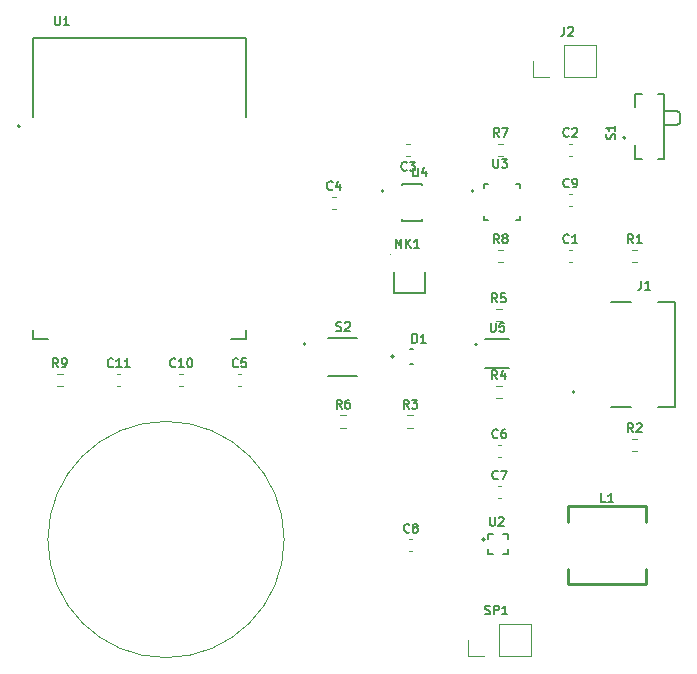
<source format=gbr>
%TF.GenerationSoftware,KiCad,Pcbnew,9.0.7*%
%TF.CreationDate,2026-01-12T23:46:57+09:00*%
%TF.ProjectId,toytalk_demo_v2,746f7974-616c-46b5-9f64-656d6f5f7632,rev?*%
%TF.SameCoordinates,Original*%
%TF.FileFunction,Legend,Top*%
%TF.FilePolarity,Positive*%
%FSLAX46Y46*%
G04 Gerber Fmt 4.6, Leading zero omitted, Abs format (unit mm)*
G04 Created by KiCad (PCBNEW 9.0.7) date 2026-01-12 23:46:57*
%MOMM*%
%LPD*%
G01*
G04 APERTURE LIST*
%ADD10C,0.050000*%
%ADD11C,0.150000*%
%ADD12C,0.120000*%
%ADD13C,0.200000*%
%ADD14C,0.127000*%
%ADD15C,0.250000*%
%ADD16C,0.100000*%
G04 APERTURE END LIST*
D10*
X34500000Y-55000000D02*
G75*
G02*
X14500000Y-55000000I-10000000J0D01*
G01*
X14500000Y-55000000D02*
G75*
G02*
X34500000Y-55000000I10000000J0D01*
G01*
D11*
X52549999Y-34909164D02*
X52299999Y-34552021D01*
X52121428Y-34909164D02*
X52121428Y-34159164D01*
X52121428Y-34159164D02*
X52407142Y-34159164D01*
X52407142Y-34159164D02*
X52478571Y-34194878D01*
X52478571Y-34194878D02*
X52514285Y-34230592D01*
X52514285Y-34230592D02*
X52549999Y-34302021D01*
X52549999Y-34302021D02*
X52549999Y-34409164D01*
X52549999Y-34409164D02*
X52514285Y-34480592D01*
X52514285Y-34480592D02*
X52478571Y-34516307D01*
X52478571Y-34516307D02*
X52407142Y-34552021D01*
X52407142Y-34552021D02*
X52121428Y-34552021D01*
X53228571Y-34159164D02*
X52871428Y-34159164D01*
X52871428Y-34159164D02*
X52835714Y-34516307D01*
X52835714Y-34516307D02*
X52871428Y-34480592D01*
X52871428Y-34480592D02*
X52942857Y-34444878D01*
X52942857Y-34444878D02*
X53121428Y-34444878D01*
X53121428Y-34444878D02*
X53192857Y-34480592D01*
X53192857Y-34480592D02*
X53228571Y-34516307D01*
X53228571Y-34516307D02*
X53264285Y-34587735D01*
X53264285Y-34587735D02*
X53264285Y-34766307D01*
X53264285Y-34766307D02*
X53228571Y-34837735D01*
X53228571Y-34837735D02*
X53192857Y-34873450D01*
X53192857Y-34873450D02*
X53121428Y-34909164D01*
X53121428Y-34909164D02*
X52942857Y-34909164D01*
X52942857Y-34909164D02*
X52871428Y-34873450D01*
X52871428Y-34873450D02*
X52835714Y-34837735D01*
X39374999Y-43909164D02*
X39124999Y-43552021D01*
X38946428Y-43909164D02*
X38946428Y-43159164D01*
X38946428Y-43159164D02*
X39232142Y-43159164D01*
X39232142Y-43159164D02*
X39303571Y-43194878D01*
X39303571Y-43194878D02*
X39339285Y-43230592D01*
X39339285Y-43230592D02*
X39374999Y-43302021D01*
X39374999Y-43302021D02*
X39374999Y-43409164D01*
X39374999Y-43409164D02*
X39339285Y-43480592D01*
X39339285Y-43480592D02*
X39303571Y-43516307D01*
X39303571Y-43516307D02*
X39232142Y-43552021D01*
X39232142Y-43552021D02*
X38946428Y-43552021D01*
X40017857Y-43159164D02*
X39874999Y-43159164D01*
X39874999Y-43159164D02*
X39803571Y-43194878D01*
X39803571Y-43194878D02*
X39767857Y-43230592D01*
X39767857Y-43230592D02*
X39696428Y-43337735D01*
X39696428Y-43337735D02*
X39660714Y-43480592D01*
X39660714Y-43480592D02*
X39660714Y-43766307D01*
X39660714Y-43766307D02*
X39696428Y-43837735D01*
X39696428Y-43837735D02*
X39732142Y-43873450D01*
X39732142Y-43873450D02*
X39803571Y-43909164D01*
X39803571Y-43909164D02*
X39946428Y-43909164D01*
X39946428Y-43909164D02*
X40017857Y-43873450D01*
X40017857Y-43873450D02*
X40053571Y-43837735D01*
X40053571Y-43837735D02*
X40089285Y-43766307D01*
X40089285Y-43766307D02*
X40089285Y-43587735D01*
X40089285Y-43587735D02*
X40053571Y-43516307D01*
X40053571Y-43516307D02*
X40017857Y-43480592D01*
X40017857Y-43480592D02*
X39946428Y-43444878D01*
X39946428Y-43444878D02*
X39803571Y-43444878D01*
X39803571Y-43444878D02*
X39732142Y-43480592D01*
X39732142Y-43480592D02*
X39696428Y-43516307D01*
X39696428Y-43516307D02*
X39660714Y-43587735D01*
X38928571Y-37303450D02*
X39035714Y-37339164D01*
X39035714Y-37339164D02*
X39214285Y-37339164D01*
X39214285Y-37339164D02*
X39285714Y-37303450D01*
X39285714Y-37303450D02*
X39321428Y-37267735D01*
X39321428Y-37267735D02*
X39357142Y-37196307D01*
X39357142Y-37196307D02*
X39357142Y-37124878D01*
X39357142Y-37124878D02*
X39321428Y-37053450D01*
X39321428Y-37053450D02*
X39285714Y-37017735D01*
X39285714Y-37017735D02*
X39214285Y-36982021D01*
X39214285Y-36982021D02*
X39071428Y-36946307D01*
X39071428Y-36946307D02*
X38999999Y-36910592D01*
X38999999Y-36910592D02*
X38964285Y-36874878D01*
X38964285Y-36874878D02*
X38928571Y-36803450D01*
X38928571Y-36803450D02*
X38928571Y-36732021D01*
X38928571Y-36732021D02*
X38964285Y-36660592D01*
X38964285Y-36660592D02*
X38999999Y-36624878D01*
X38999999Y-36624878D02*
X39071428Y-36589164D01*
X39071428Y-36589164D02*
X39249999Y-36589164D01*
X39249999Y-36589164D02*
X39357142Y-36624878D01*
X39642857Y-36660592D02*
X39678571Y-36624878D01*
X39678571Y-36624878D02*
X39750000Y-36589164D01*
X39750000Y-36589164D02*
X39928571Y-36589164D01*
X39928571Y-36589164D02*
X40000000Y-36624878D01*
X40000000Y-36624878D02*
X40035714Y-36660592D01*
X40035714Y-36660592D02*
X40071428Y-36732021D01*
X40071428Y-36732021D02*
X40071428Y-36803450D01*
X40071428Y-36803450D02*
X40035714Y-36910592D01*
X40035714Y-36910592D02*
X39607142Y-37339164D01*
X39607142Y-37339164D02*
X40071428Y-37339164D01*
X44874999Y-23697735D02*
X44839285Y-23733450D01*
X44839285Y-23733450D02*
X44732142Y-23769164D01*
X44732142Y-23769164D02*
X44660714Y-23769164D01*
X44660714Y-23769164D02*
X44553571Y-23733450D01*
X44553571Y-23733450D02*
X44482142Y-23662021D01*
X44482142Y-23662021D02*
X44446428Y-23590592D01*
X44446428Y-23590592D02*
X44410714Y-23447735D01*
X44410714Y-23447735D02*
X44410714Y-23340592D01*
X44410714Y-23340592D02*
X44446428Y-23197735D01*
X44446428Y-23197735D02*
X44482142Y-23126307D01*
X44482142Y-23126307D02*
X44553571Y-23054878D01*
X44553571Y-23054878D02*
X44660714Y-23019164D01*
X44660714Y-23019164D02*
X44732142Y-23019164D01*
X44732142Y-23019164D02*
X44839285Y-23054878D01*
X44839285Y-23054878D02*
X44874999Y-23090592D01*
X45124999Y-23019164D02*
X45589285Y-23019164D01*
X45589285Y-23019164D02*
X45339285Y-23304878D01*
X45339285Y-23304878D02*
X45446428Y-23304878D01*
X45446428Y-23304878D02*
X45517857Y-23340592D01*
X45517857Y-23340592D02*
X45553571Y-23376307D01*
X45553571Y-23376307D02*
X45589285Y-23447735D01*
X45589285Y-23447735D02*
X45589285Y-23626307D01*
X45589285Y-23626307D02*
X45553571Y-23697735D01*
X45553571Y-23697735D02*
X45517857Y-23733450D01*
X45517857Y-23733450D02*
X45446428Y-23769164D01*
X45446428Y-23769164D02*
X45232142Y-23769164D01*
X45232142Y-23769164D02*
X45160714Y-23733450D01*
X45160714Y-23733450D02*
X45124999Y-23697735D01*
X58599999Y-20837735D02*
X58564285Y-20873450D01*
X58564285Y-20873450D02*
X58457142Y-20909164D01*
X58457142Y-20909164D02*
X58385714Y-20909164D01*
X58385714Y-20909164D02*
X58278571Y-20873450D01*
X58278571Y-20873450D02*
X58207142Y-20802021D01*
X58207142Y-20802021D02*
X58171428Y-20730592D01*
X58171428Y-20730592D02*
X58135714Y-20587735D01*
X58135714Y-20587735D02*
X58135714Y-20480592D01*
X58135714Y-20480592D02*
X58171428Y-20337735D01*
X58171428Y-20337735D02*
X58207142Y-20266307D01*
X58207142Y-20266307D02*
X58278571Y-20194878D01*
X58278571Y-20194878D02*
X58385714Y-20159164D01*
X58385714Y-20159164D02*
X58457142Y-20159164D01*
X58457142Y-20159164D02*
X58564285Y-20194878D01*
X58564285Y-20194878D02*
X58599999Y-20230592D01*
X58885714Y-20230592D02*
X58921428Y-20194878D01*
X58921428Y-20194878D02*
X58992857Y-20159164D01*
X58992857Y-20159164D02*
X59171428Y-20159164D01*
X59171428Y-20159164D02*
X59242857Y-20194878D01*
X59242857Y-20194878D02*
X59278571Y-20230592D01*
X59278571Y-20230592D02*
X59314285Y-20302021D01*
X59314285Y-20302021D02*
X59314285Y-20373450D01*
X59314285Y-20373450D02*
X59278571Y-20480592D01*
X59278571Y-20480592D02*
X58849999Y-20909164D01*
X58849999Y-20909164D02*
X59314285Y-20909164D01*
X38599999Y-25337735D02*
X38564285Y-25373450D01*
X38564285Y-25373450D02*
X38457142Y-25409164D01*
X38457142Y-25409164D02*
X38385714Y-25409164D01*
X38385714Y-25409164D02*
X38278571Y-25373450D01*
X38278571Y-25373450D02*
X38207142Y-25302021D01*
X38207142Y-25302021D02*
X38171428Y-25230592D01*
X38171428Y-25230592D02*
X38135714Y-25087735D01*
X38135714Y-25087735D02*
X38135714Y-24980592D01*
X38135714Y-24980592D02*
X38171428Y-24837735D01*
X38171428Y-24837735D02*
X38207142Y-24766307D01*
X38207142Y-24766307D02*
X38278571Y-24694878D01*
X38278571Y-24694878D02*
X38385714Y-24659164D01*
X38385714Y-24659164D02*
X38457142Y-24659164D01*
X38457142Y-24659164D02*
X38564285Y-24694878D01*
X38564285Y-24694878D02*
X38599999Y-24730592D01*
X39242857Y-24909164D02*
X39242857Y-25409164D01*
X39064285Y-24623450D02*
X38885714Y-25159164D01*
X38885714Y-25159164D02*
X39349999Y-25159164D01*
X30599999Y-40337735D02*
X30564285Y-40373450D01*
X30564285Y-40373450D02*
X30457142Y-40409164D01*
X30457142Y-40409164D02*
X30385714Y-40409164D01*
X30385714Y-40409164D02*
X30278571Y-40373450D01*
X30278571Y-40373450D02*
X30207142Y-40302021D01*
X30207142Y-40302021D02*
X30171428Y-40230592D01*
X30171428Y-40230592D02*
X30135714Y-40087735D01*
X30135714Y-40087735D02*
X30135714Y-39980592D01*
X30135714Y-39980592D02*
X30171428Y-39837735D01*
X30171428Y-39837735D02*
X30207142Y-39766307D01*
X30207142Y-39766307D02*
X30278571Y-39694878D01*
X30278571Y-39694878D02*
X30385714Y-39659164D01*
X30385714Y-39659164D02*
X30457142Y-39659164D01*
X30457142Y-39659164D02*
X30564285Y-39694878D01*
X30564285Y-39694878D02*
X30599999Y-39730592D01*
X31278571Y-39659164D02*
X30921428Y-39659164D01*
X30921428Y-39659164D02*
X30885714Y-40016307D01*
X30885714Y-40016307D02*
X30921428Y-39980592D01*
X30921428Y-39980592D02*
X30992857Y-39944878D01*
X30992857Y-39944878D02*
X31171428Y-39944878D01*
X31171428Y-39944878D02*
X31242857Y-39980592D01*
X31242857Y-39980592D02*
X31278571Y-40016307D01*
X31278571Y-40016307D02*
X31314285Y-40087735D01*
X31314285Y-40087735D02*
X31314285Y-40266307D01*
X31314285Y-40266307D02*
X31278571Y-40337735D01*
X31278571Y-40337735D02*
X31242857Y-40373450D01*
X31242857Y-40373450D02*
X31171428Y-40409164D01*
X31171428Y-40409164D02*
X30992857Y-40409164D01*
X30992857Y-40409164D02*
X30921428Y-40373450D01*
X30921428Y-40373450D02*
X30885714Y-40337735D01*
X58599999Y-29837735D02*
X58564285Y-29873450D01*
X58564285Y-29873450D02*
X58457142Y-29909164D01*
X58457142Y-29909164D02*
X58385714Y-29909164D01*
X58385714Y-29909164D02*
X58278571Y-29873450D01*
X58278571Y-29873450D02*
X58207142Y-29802021D01*
X58207142Y-29802021D02*
X58171428Y-29730592D01*
X58171428Y-29730592D02*
X58135714Y-29587735D01*
X58135714Y-29587735D02*
X58135714Y-29480592D01*
X58135714Y-29480592D02*
X58171428Y-29337735D01*
X58171428Y-29337735D02*
X58207142Y-29266307D01*
X58207142Y-29266307D02*
X58278571Y-29194878D01*
X58278571Y-29194878D02*
X58385714Y-29159164D01*
X58385714Y-29159164D02*
X58457142Y-29159164D01*
X58457142Y-29159164D02*
X58564285Y-29194878D01*
X58564285Y-29194878D02*
X58599999Y-29230592D01*
X59314285Y-29909164D02*
X58885714Y-29909164D01*
X59099999Y-29909164D02*
X59099999Y-29159164D01*
X59099999Y-29159164D02*
X59028571Y-29266307D01*
X59028571Y-29266307D02*
X58957142Y-29337735D01*
X58957142Y-29337735D02*
X58885714Y-29373450D01*
X52599999Y-49837735D02*
X52564285Y-49873450D01*
X52564285Y-49873450D02*
X52457142Y-49909164D01*
X52457142Y-49909164D02*
X52385714Y-49909164D01*
X52385714Y-49909164D02*
X52278571Y-49873450D01*
X52278571Y-49873450D02*
X52207142Y-49802021D01*
X52207142Y-49802021D02*
X52171428Y-49730592D01*
X52171428Y-49730592D02*
X52135714Y-49587735D01*
X52135714Y-49587735D02*
X52135714Y-49480592D01*
X52135714Y-49480592D02*
X52171428Y-49337735D01*
X52171428Y-49337735D02*
X52207142Y-49266307D01*
X52207142Y-49266307D02*
X52278571Y-49194878D01*
X52278571Y-49194878D02*
X52385714Y-49159164D01*
X52385714Y-49159164D02*
X52457142Y-49159164D01*
X52457142Y-49159164D02*
X52564285Y-49194878D01*
X52564285Y-49194878D02*
X52599999Y-49230592D01*
X52849999Y-49159164D02*
X53349999Y-49159164D01*
X53349999Y-49159164D02*
X53028571Y-49909164D01*
X58210000Y-11589164D02*
X58210000Y-12124878D01*
X58210000Y-12124878D02*
X58174285Y-12232021D01*
X58174285Y-12232021D02*
X58102857Y-12303450D01*
X58102857Y-12303450D02*
X57995714Y-12339164D01*
X57995714Y-12339164D02*
X57924285Y-12339164D01*
X58531429Y-11660592D02*
X58567143Y-11624878D01*
X58567143Y-11624878D02*
X58638572Y-11589164D01*
X58638572Y-11589164D02*
X58817143Y-11589164D01*
X58817143Y-11589164D02*
X58888572Y-11624878D01*
X58888572Y-11624878D02*
X58924286Y-11660592D01*
X58924286Y-11660592D02*
X58960000Y-11732021D01*
X58960000Y-11732021D02*
X58960000Y-11803450D01*
X58960000Y-11803450D02*
X58924286Y-11910592D01*
X58924286Y-11910592D02*
X58495714Y-12339164D01*
X58495714Y-12339164D02*
X58960000Y-12339164D01*
X61725000Y-51839164D02*
X61367857Y-51839164D01*
X61367857Y-51839164D02*
X61367857Y-51089164D01*
X62367857Y-51839164D02*
X61939286Y-51839164D01*
X62153571Y-51839164D02*
X62153571Y-51089164D01*
X62153571Y-51089164D02*
X62082143Y-51196307D01*
X62082143Y-51196307D02*
X62010714Y-51267735D01*
X62010714Y-51267735D02*
X61939286Y-51303450D01*
X62508450Y-21096428D02*
X62544164Y-20989286D01*
X62544164Y-20989286D02*
X62544164Y-20810714D01*
X62544164Y-20810714D02*
X62508450Y-20739286D01*
X62508450Y-20739286D02*
X62472735Y-20703571D01*
X62472735Y-20703571D02*
X62401307Y-20667857D01*
X62401307Y-20667857D02*
X62329878Y-20667857D01*
X62329878Y-20667857D02*
X62258450Y-20703571D01*
X62258450Y-20703571D02*
X62222735Y-20739286D01*
X62222735Y-20739286D02*
X62187021Y-20810714D01*
X62187021Y-20810714D02*
X62151307Y-20953571D01*
X62151307Y-20953571D02*
X62115592Y-21025000D01*
X62115592Y-21025000D02*
X62079878Y-21060714D01*
X62079878Y-21060714D02*
X62008450Y-21096428D01*
X62008450Y-21096428D02*
X61937021Y-21096428D01*
X61937021Y-21096428D02*
X61865592Y-21060714D01*
X61865592Y-21060714D02*
X61829878Y-21025000D01*
X61829878Y-21025000D02*
X61794164Y-20953571D01*
X61794164Y-20953571D02*
X61794164Y-20775000D01*
X61794164Y-20775000D02*
X61829878Y-20667857D01*
X62544164Y-19953571D02*
X62544164Y-20382142D01*
X62544164Y-20167857D02*
X61794164Y-20167857D01*
X61794164Y-20167857D02*
X61901307Y-20239285D01*
X61901307Y-20239285D02*
X61972735Y-20310714D01*
X61972735Y-20310714D02*
X62008450Y-20382142D01*
X45049999Y-43909164D02*
X44799999Y-43552021D01*
X44621428Y-43909164D02*
X44621428Y-43159164D01*
X44621428Y-43159164D02*
X44907142Y-43159164D01*
X44907142Y-43159164D02*
X44978571Y-43194878D01*
X44978571Y-43194878D02*
X45014285Y-43230592D01*
X45014285Y-43230592D02*
X45049999Y-43302021D01*
X45049999Y-43302021D02*
X45049999Y-43409164D01*
X45049999Y-43409164D02*
X45014285Y-43480592D01*
X45014285Y-43480592D02*
X44978571Y-43516307D01*
X44978571Y-43516307D02*
X44907142Y-43552021D01*
X44907142Y-43552021D02*
X44621428Y-43552021D01*
X45299999Y-43159164D02*
X45764285Y-43159164D01*
X45764285Y-43159164D02*
X45514285Y-43444878D01*
X45514285Y-43444878D02*
X45621428Y-43444878D01*
X45621428Y-43444878D02*
X45692857Y-43480592D01*
X45692857Y-43480592D02*
X45728571Y-43516307D01*
X45728571Y-43516307D02*
X45764285Y-43587735D01*
X45764285Y-43587735D02*
X45764285Y-43766307D01*
X45764285Y-43766307D02*
X45728571Y-43837735D01*
X45728571Y-43837735D02*
X45692857Y-43873450D01*
X45692857Y-43873450D02*
X45621428Y-43909164D01*
X45621428Y-43909164D02*
X45407142Y-43909164D01*
X45407142Y-43909164D02*
X45335714Y-43873450D01*
X45335714Y-43873450D02*
X45299999Y-43837735D01*
X52549999Y-41409164D02*
X52299999Y-41052021D01*
X52121428Y-41409164D02*
X52121428Y-40659164D01*
X52121428Y-40659164D02*
X52407142Y-40659164D01*
X52407142Y-40659164D02*
X52478571Y-40694878D01*
X52478571Y-40694878D02*
X52514285Y-40730592D01*
X52514285Y-40730592D02*
X52549999Y-40802021D01*
X52549999Y-40802021D02*
X52549999Y-40909164D01*
X52549999Y-40909164D02*
X52514285Y-40980592D01*
X52514285Y-40980592D02*
X52478571Y-41016307D01*
X52478571Y-41016307D02*
X52407142Y-41052021D01*
X52407142Y-41052021D02*
X52121428Y-41052021D01*
X53192857Y-40909164D02*
X53192857Y-41409164D01*
X53014285Y-40623450D02*
X52835714Y-41159164D01*
X52835714Y-41159164D02*
X53299999Y-41159164D01*
X52699999Y-20909164D02*
X52449999Y-20552021D01*
X52271428Y-20909164D02*
X52271428Y-20159164D01*
X52271428Y-20159164D02*
X52557142Y-20159164D01*
X52557142Y-20159164D02*
X52628571Y-20194878D01*
X52628571Y-20194878D02*
X52664285Y-20230592D01*
X52664285Y-20230592D02*
X52699999Y-20302021D01*
X52699999Y-20302021D02*
X52699999Y-20409164D01*
X52699999Y-20409164D02*
X52664285Y-20480592D01*
X52664285Y-20480592D02*
X52628571Y-20516307D01*
X52628571Y-20516307D02*
X52557142Y-20552021D01*
X52557142Y-20552021D02*
X52271428Y-20552021D01*
X52949999Y-20159164D02*
X53449999Y-20159164D01*
X53449999Y-20159164D02*
X53128571Y-20909164D01*
X52699999Y-29909164D02*
X52449999Y-29552021D01*
X52271428Y-29909164D02*
X52271428Y-29159164D01*
X52271428Y-29159164D02*
X52557142Y-29159164D01*
X52557142Y-29159164D02*
X52628571Y-29194878D01*
X52628571Y-29194878D02*
X52664285Y-29230592D01*
X52664285Y-29230592D02*
X52699999Y-29302021D01*
X52699999Y-29302021D02*
X52699999Y-29409164D01*
X52699999Y-29409164D02*
X52664285Y-29480592D01*
X52664285Y-29480592D02*
X52628571Y-29516307D01*
X52628571Y-29516307D02*
X52557142Y-29552021D01*
X52557142Y-29552021D02*
X52271428Y-29552021D01*
X53128571Y-29480592D02*
X53057142Y-29444878D01*
X53057142Y-29444878D02*
X53021428Y-29409164D01*
X53021428Y-29409164D02*
X52985714Y-29337735D01*
X52985714Y-29337735D02*
X52985714Y-29302021D01*
X52985714Y-29302021D02*
X53021428Y-29230592D01*
X53021428Y-29230592D02*
X53057142Y-29194878D01*
X53057142Y-29194878D02*
X53128571Y-29159164D01*
X53128571Y-29159164D02*
X53271428Y-29159164D01*
X53271428Y-29159164D02*
X53342857Y-29194878D01*
X53342857Y-29194878D02*
X53378571Y-29230592D01*
X53378571Y-29230592D02*
X53414285Y-29302021D01*
X53414285Y-29302021D02*
X53414285Y-29337735D01*
X53414285Y-29337735D02*
X53378571Y-29409164D01*
X53378571Y-29409164D02*
X53342857Y-29444878D01*
X53342857Y-29444878D02*
X53271428Y-29480592D01*
X53271428Y-29480592D02*
X53128571Y-29480592D01*
X53128571Y-29480592D02*
X53057142Y-29516307D01*
X53057142Y-29516307D02*
X53021428Y-29552021D01*
X53021428Y-29552021D02*
X52985714Y-29623450D01*
X52985714Y-29623450D02*
X52985714Y-29766307D01*
X52985714Y-29766307D02*
X53021428Y-29837735D01*
X53021428Y-29837735D02*
X53057142Y-29873450D01*
X53057142Y-29873450D02*
X53128571Y-29909164D01*
X53128571Y-29909164D02*
X53271428Y-29909164D01*
X53271428Y-29909164D02*
X53342857Y-29873450D01*
X53342857Y-29873450D02*
X53378571Y-29837735D01*
X53378571Y-29837735D02*
X53414285Y-29766307D01*
X53414285Y-29766307D02*
X53414285Y-29623450D01*
X53414285Y-29623450D02*
X53378571Y-29552021D01*
X53378571Y-29552021D02*
X53342857Y-29516307D01*
X53342857Y-29516307D02*
X53271428Y-29480592D01*
X15374999Y-40409164D02*
X15124999Y-40052021D01*
X14946428Y-40409164D02*
X14946428Y-39659164D01*
X14946428Y-39659164D02*
X15232142Y-39659164D01*
X15232142Y-39659164D02*
X15303571Y-39694878D01*
X15303571Y-39694878D02*
X15339285Y-39730592D01*
X15339285Y-39730592D02*
X15374999Y-39802021D01*
X15374999Y-39802021D02*
X15374999Y-39909164D01*
X15374999Y-39909164D02*
X15339285Y-39980592D01*
X15339285Y-39980592D02*
X15303571Y-40016307D01*
X15303571Y-40016307D02*
X15232142Y-40052021D01*
X15232142Y-40052021D02*
X14946428Y-40052021D01*
X15732142Y-40409164D02*
X15874999Y-40409164D01*
X15874999Y-40409164D02*
X15946428Y-40373450D01*
X15946428Y-40373450D02*
X15982142Y-40337735D01*
X15982142Y-40337735D02*
X16053571Y-40230592D01*
X16053571Y-40230592D02*
X16089285Y-40087735D01*
X16089285Y-40087735D02*
X16089285Y-39802021D01*
X16089285Y-39802021D02*
X16053571Y-39730592D01*
X16053571Y-39730592D02*
X16017857Y-39694878D01*
X16017857Y-39694878D02*
X15946428Y-39659164D01*
X15946428Y-39659164D02*
X15803571Y-39659164D01*
X15803571Y-39659164D02*
X15732142Y-39694878D01*
X15732142Y-39694878D02*
X15696428Y-39730592D01*
X15696428Y-39730592D02*
X15660714Y-39802021D01*
X15660714Y-39802021D02*
X15660714Y-39980592D01*
X15660714Y-39980592D02*
X15696428Y-40052021D01*
X15696428Y-40052021D02*
X15732142Y-40087735D01*
X15732142Y-40087735D02*
X15803571Y-40123450D01*
X15803571Y-40123450D02*
X15946428Y-40123450D01*
X15946428Y-40123450D02*
X16017857Y-40087735D01*
X16017857Y-40087735D02*
X16053571Y-40052021D01*
X16053571Y-40052021D02*
X16089285Y-39980592D01*
X64049999Y-29909164D02*
X63799999Y-29552021D01*
X63621428Y-29909164D02*
X63621428Y-29159164D01*
X63621428Y-29159164D02*
X63907142Y-29159164D01*
X63907142Y-29159164D02*
X63978571Y-29194878D01*
X63978571Y-29194878D02*
X64014285Y-29230592D01*
X64014285Y-29230592D02*
X64049999Y-29302021D01*
X64049999Y-29302021D02*
X64049999Y-29409164D01*
X64049999Y-29409164D02*
X64014285Y-29480592D01*
X64014285Y-29480592D02*
X63978571Y-29516307D01*
X63978571Y-29516307D02*
X63907142Y-29552021D01*
X63907142Y-29552021D02*
X63621428Y-29552021D01*
X64764285Y-29909164D02*
X64335714Y-29909164D01*
X64549999Y-29909164D02*
X64549999Y-29159164D01*
X64549999Y-29159164D02*
X64478571Y-29266307D01*
X64478571Y-29266307D02*
X64407142Y-29337735D01*
X64407142Y-29337735D02*
X64335714Y-29373450D01*
X64049999Y-45909164D02*
X63799999Y-45552021D01*
X63621428Y-45909164D02*
X63621428Y-45159164D01*
X63621428Y-45159164D02*
X63907142Y-45159164D01*
X63907142Y-45159164D02*
X63978571Y-45194878D01*
X63978571Y-45194878D02*
X64014285Y-45230592D01*
X64014285Y-45230592D02*
X64049999Y-45302021D01*
X64049999Y-45302021D02*
X64049999Y-45409164D01*
X64049999Y-45409164D02*
X64014285Y-45480592D01*
X64014285Y-45480592D02*
X63978571Y-45516307D01*
X63978571Y-45516307D02*
X63907142Y-45552021D01*
X63907142Y-45552021D02*
X63621428Y-45552021D01*
X64335714Y-45230592D02*
X64371428Y-45194878D01*
X64371428Y-45194878D02*
X64442857Y-45159164D01*
X64442857Y-45159164D02*
X64621428Y-45159164D01*
X64621428Y-45159164D02*
X64692857Y-45194878D01*
X64692857Y-45194878D02*
X64728571Y-45230592D01*
X64728571Y-45230592D02*
X64764285Y-45302021D01*
X64764285Y-45302021D02*
X64764285Y-45373450D01*
X64764285Y-45373450D02*
X64728571Y-45480592D01*
X64728571Y-45480592D02*
X64299999Y-45909164D01*
X64299999Y-45909164D02*
X64764285Y-45909164D01*
X51978571Y-36644164D02*
X51978571Y-37251307D01*
X51978571Y-37251307D02*
X52014285Y-37322735D01*
X52014285Y-37322735D02*
X52050000Y-37358450D01*
X52050000Y-37358450D02*
X52121428Y-37394164D01*
X52121428Y-37394164D02*
X52264285Y-37394164D01*
X52264285Y-37394164D02*
X52335714Y-37358450D01*
X52335714Y-37358450D02*
X52371428Y-37322735D01*
X52371428Y-37322735D02*
X52407142Y-37251307D01*
X52407142Y-37251307D02*
X52407142Y-36644164D01*
X53121428Y-36644164D02*
X52764285Y-36644164D01*
X52764285Y-36644164D02*
X52728571Y-37001307D01*
X52728571Y-37001307D02*
X52764285Y-36965592D01*
X52764285Y-36965592D02*
X52835714Y-36929878D01*
X52835714Y-36929878D02*
X53014285Y-36929878D01*
X53014285Y-36929878D02*
X53085714Y-36965592D01*
X53085714Y-36965592D02*
X53121428Y-37001307D01*
X53121428Y-37001307D02*
X53157142Y-37072735D01*
X53157142Y-37072735D02*
X53157142Y-37251307D01*
X53157142Y-37251307D02*
X53121428Y-37322735D01*
X53121428Y-37322735D02*
X53085714Y-37358450D01*
X53085714Y-37358450D02*
X53014285Y-37394164D01*
X53014285Y-37394164D02*
X52835714Y-37394164D01*
X52835714Y-37394164D02*
X52764285Y-37358450D01*
X52764285Y-37358450D02*
X52728571Y-37322735D01*
X20017856Y-40337735D02*
X19982142Y-40373450D01*
X19982142Y-40373450D02*
X19874999Y-40409164D01*
X19874999Y-40409164D02*
X19803571Y-40409164D01*
X19803571Y-40409164D02*
X19696428Y-40373450D01*
X19696428Y-40373450D02*
X19624999Y-40302021D01*
X19624999Y-40302021D02*
X19589285Y-40230592D01*
X19589285Y-40230592D02*
X19553571Y-40087735D01*
X19553571Y-40087735D02*
X19553571Y-39980592D01*
X19553571Y-39980592D02*
X19589285Y-39837735D01*
X19589285Y-39837735D02*
X19624999Y-39766307D01*
X19624999Y-39766307D02*
X19696428Y-39694878D01*
X19696428Y-39694878D02*
X19803571Y-39659164D01*
X19803571Y-39659164D02*
X19874999Y-39659164D01*
X19874999Y-39659164D02*
X19982142Y-39694878D01*
X19982142Y-39694878D02*
X20017856Y-39730592D01*
X20732142Y-40409164D02*
X20303571Y-40409164D01*
X20517856Y-40409164D02*
X20517856Y-39659164D01*
X20517856Y-39659164D02*
X20446428Y-39766307D01*
X20446428Y-39766307D02*
X20374999Y-39837735D01*
X20374999Y-39837735D02*
X20303571Y-39873450D01*
X21446428Y-40409164D02*
X21017857Y-40409164D01*
X21232142Y-40409164D02*
X21232142Y-39659164D01*
X21232142Y-39659164D02*
X21160714Y-39766307D01*
X21160714Y-39766307D02*
X21089285Y-39837735D01*
X21089285Y-39837735D02*
X21017857Y-39873450D01*
X51513571Y-61303450D02*
X51620714Y-61339164D01*
X51620714Y-61339164D02*
X51799285Y-61339164D01*
X51799285Y-61339164D02*
X51870714Y-61303450D01*
X51870714Y-61303450D02*
X51906428Y-61267735D01*
X51906428Y-61267735D02*
X51942142Y-61196307D01*
X51942142Y-61196307D02*
X51942142Y-61124878D01*
X51942142Y-61124878D02*
X51906428Y-61053450D01*
X51906428Y-61053450D02*
X51870714Y-61017735D01*
X51870714Y-61017735D02*
X51799285Y-60982021D01*
X51799285Y-60982021D02*
X51656428Y-60946307D01*
X51656428Y-60946307D02*
X51584999Y-60910592D01*
X51584999Y-60910592D02*
X51549285Y-60874878D01*
X51549285Y-60874878D02*
X51513571Y-60803450D01*
X51513571Y-60803450D02*
X51513571Y-60732021D01*
X51513571Y-60732021D02*
X51549285Y-60660592D01*
X51549285Y-60660592D02*
X51584999Y-60624878D01*
X51584999Y-60624878D02*
X51656428Y-60589164D01*
X51656428Y-60589164D02*
X51834999Y-60589164D01*
X51834999Y-60589164D02*
X51942142Y-60624878D01*
X52263571Y-61339164D02*
X52263571Y-60589164D01*
X52263571Y-60589164D02*
X52549285Y-60589164D01*
X52549285Y-60589164D02*
X52620714Y-60624878D01*
X52620714Y-60624878D02*
X52656428Y-60660592D01*
X52656428Y-60660592D02*
X52692142Y-60732021D01*
X52692142Y-60732021D02*
X52692142Y-60839164D01*
X52692142Y-60839164D02*
X52656428Y-60910592D01*
X52656428Y-60910592D02*
X52620714Y-60946307D01*
X52620714Y-60946307D02*
X52549285Y-60982021D01*
X52549285Y-60982021D02*
X52263571Y-60982021D01*
X53406428Y-61339164D02*
X52977857Y-61339164D01*
X53192142Y-61339164D02*
X53192142Y-60589164D01*
X53192142Y-60589164D02*
X53120714Y-60696307D01*
X53120714Y-60696307D02*
X53049285Y-60767735D01*
X53049285Y-60767735D02*
X52977857Y-60803450D01*
X52599999Y-46337735D02*
X52564285Y-46373450D01*
X52564285Y-46373450D02*
X52457142Y-46409164D01*
X52457142Y-46409164D02*
X52385714Y-46409164D01*
X52385714Y-46409164D02*
X52278571Y-46373450D01*
X52278571Y-46373450D02*
X52207142Y-46302021D01*
X52207142Y-46302021D02*
X52171428Y-46230592D01*
X52171428Y-46230592D02*
X52135714Y-46087735D01*
X52135714Y-46087735D02*
X52135714Y-45980592D01*
X52135714Y-45980592D02*
X52171428Y-45837735D01*
X52171428Y-45837735D02*
X52207142Y-45766307D01*
X52207142Y-45766307D02*
X52278571Y-45694878D01*
X52278571Y-45694878D02*
X52385714Y-45659164D01*
X52385714Y-45659164D02*
X52457142Y-45659164D01*
X52457142Y-45659164D02*
X52564285Y-45694878D01*
X52564285Y-45694878D02*
X52599999Y-45730592D01*
X53242857Y-45659164D02*
X53099999Y-45659164D01*
X53099999Y-45659164D02*
X53028571Y-45694878D01*
X53028571Y-45694878D02*
X52992857Y-45730592D01*
X52992857Y-45730592D02*
X52921428Y-45837735D01*
X52921428Y-45837735D02*
X52885714Y-45980592D01*
X52885714Y-45980592D02*
X52885714Y-46266307D01*
X52885714Y-46266307D02*
X52921428Y-46337735D01*
X52921428Y-46337735D02*
X52957142Y-46373450D01*
X52957142Y-46373450D02*
X53028571Y-46409164D01*
X53028571Y-46409164D02*
X53171428Y-46409164D01*
X53171428Y-46409164D02*
X53242857Y-46373450D01*
X53242857Y-46373450D02*
X53278571Y-46337735D01*
X53278571Y-46337735D02*
X53314285Y-46266307D01*
X53314285Y-46266307D02*
X53314285Y-46087735D01*
X53314285Y-46087735D02*
X53278571Y-46016307D01*
X53278571Y-46016307D02*
X53242857Y-45980592D01*
X53242857Y-45980592D02*
X53171428Y-45944878D01*
X53171428Y-45944878D02*
X53028571Y-45944878D01*
X53028571Y-45944878D02*
X52957142Y-45980592D01*
X52957142Y-45980592D02*
X52921428Y-46016307D01*
X52921428Y-46016307D02*
X52885714Y-46087735D01*
X45099999Y-54337735D02*
X45064285Y-54373450D01*
X45064285Y-54373450D02*
X44957142Y-54409164D01*
X44957142Y-54409164D02*
X44885714Y-54409164D01*
X44885714Y-54409164D02*
X44778571Y-54373450D01*
X44778571Y-54373450D02*
X44707142Y-54302021D01*
X44707142Y-54302021D02*
X44671428Y-54230592D01*
X44671428Y-54230592D02*
X44635714Y-54087735D01*
X44635714Y-54087735D02*
X44635714Y-53980592D01*
X44635714Y-53980592D02*
X44671428Y-53837735D01*
X44671428Y-53837735D02*
X44707142Y-53766307D01*
X44707142Y-53766307D02*
X44778571Y-53694878D01*
X44778571Y-53694878D02*
X44885714Y-53659164D01*
X44885714Y-53659164D02*
X44957142Y-53659164D01*
X44957142Y-53659164D02*
X45064285Y-53694878D01*
X45064285Y-53694878D02*
X45099999Y-53730592D01*
X45528571Y-53980592D02*
X45457142Y-53944878D01*
X45457142Y-53944878D02*
X45421428Y-53909164D01*
X45421428Y-53909164D02*
X45385714Y-53837735D01*
X45385714Y-53837735D02*
X45385714Y-53802021D01*
X45385714Y-53802021D02*
X45421428Y-53730592D01*
X45421428Y-53730592D02*
X45457142Y-53694878D01*
X45457142Y-53694878D02*
X45528571Y-53659164D01*
X45528571Y-53659164D02*
X45671428Y-53659164D01*
X45671428Y-53659164D02*
X45742857Y-53694878D01*
X45742857Y-53694878D02*
X45778571Y-53730592D01*
X45778571Y-53730592D02*
X45814285Y-53802021D01*
X45814285Y-53802021D02*
X45814285Y-53837735D01*
X45814285Y-53837735D02*
X45778571Y-53909164D01*
X45778571Y-53909164D02*
X45742857Y-53944878D01*
X45742857Y-53944878D02*
X45671428Y-53980592D01*
X45671428Y-53980592D02*
X45528571Y-53980592D01*
X45528571Y-53980592D02*
X45457142Y-54016307D01*
X45457142Y-54016307D02*
X45421428Y-54052021D01*
X45421428Y-54052021D02*
X45385714Y-54123450D01*
X45385714Y-54123450D02*
X45385714Y-54266307D01*
X45385714Y-54266307D02*
X45421428Y-54337735D01*
X45421428Y-54337735D02*
X45457142Y-54373450D01*
X45457142Y-54373450D02*
X45528571Y-54409164D01*
X45528571Y-54409164D02*
X45671428Y-54409164D01*
X45671428Y-54409164D02*
X45742857Y-54373450D01*
X45742857Y-54373450D02*
X45778571Y-54337735D01*
X45778571Y-54337735D02*
X45814285Y-54266307D01*
X45814285Y-54266307D02*
X45814285Y-54123450D01*
X45814285Y-54123450D02*
X45778571Y-54052021D01*
X45778571Y-54052021D02*
X45742857Y-54016307D01*
X45742857Y-54016307D02*
X45671428Y-53980592D01*
X58599999Y-25112735D02*
X58564285Y-25148450D01*
X58564285Y-25148450D02*
X58457142Y-25184164D01*
X58457142Y-25184164D02*
X58385714Y-25184164D01*
X58385714Y-25184164D02*
X58278571Y-25148450D01*
X58278571Y-25148450D02*
X58207142Y-25077021D01*
X58207142Y-25077021D02*
X58171428Y-25005592D01*
X58171428Y-25005592D02*
X58135714Y-24862735D01*
X58135714Y-24862735D02*
X58135714Y-24755592D01*
X58135714Y-24755592D02*
X58171428Y-24612735D01*
X58171428Y-24612735D02*
X58207142Y-24541307D01*
X58207142Y-24541307D02*
X58278571Y-24469878D01*
X58278571Y-24469878D02*
X58385714Y-24434164D01*
X58385714Y-24434164D02*
X58457142Y-24434164D01*
X58457142Y-24434164D02*
X58564285Y-24469878D01*
X58564285Y-24469878D02*
X58599999Y-24505592D01*
X58957142Y-25184164D02*
X59099999Y-25184164D01*
X59099999Y-25184164D02*
X59171428Y-25148450D01*
X59171428Y-25148450D02*
X59207142Y-25112735D01*
X59207142Y-25112735D02*
X59278571Y-25005592D01*
X59278571Y-25005592D02*
X59314285Y-24862735D01*
X59314285Y-24862735D02*
X59314285Y-24577021D01*
X59314285Y-24577021D02*
X59278571Y-24505592D01*
X59278571Y-24505592D02*
X59242857Y-24469878D01*
X59242857Y-24469878D02*
X59171428Y-24434164D01*
X59171428Y-24434164D02*
X59028571Y-24434164D01*
X59028571Y-24434164D02*
X58957142Y-24469878D01*
X58957142Y-24469878D02*
X58921428Y-24505592D01*
X58921428Y-24505592D02*
X58885714Y-24577021D01*
X58885714Y-24577021D02*
X58885714Y-24755592D01*
X58885714Y-24755592D02*
X58921428Y-24827021D01*
X58921428Y-24827021D02*
X58957142Y-24862735D01*
X58957142Y-24862735D02*
X59028571Y-24898450D01*
X59028571Y-24898450D02*
X59171428Y-24898450D01*
X59171428Y-24898450D02*
X59242857Y-24862735D01*
X59242857Y-24862735D02*
X59278571Y-24827021D01*
X59278571Y-24827021D02*
X59314285Y-24755592D01*
X25292856Y-40337735D02*
X25257142Y-40373450D01*
X25257142Y-40373450D02*
X25149999Y-40409164D01*
X25149999Y-40409164D02*
X25078571Y-40409164D01*
X25078571Y-40409164D02*
X24971428Y-40373450D01*
X24971428Y-40373450D02*
X24899999Y-40302021D01*
X24899999Y-40302021D02*
X24864285Y-40230592D01*
X24864285Y-40230592D02*
X24828571Y-40087735D01*
X24828571Y-40087735D02*
X24828571Y-39980592D01*
X24828571Y-39980592D02*
X24864285Y-39837735D01*
X24864285Y-39837735D02*
X24899999Y-39766307D01*
X24899999Y-39766307D02*
X24971428Y-39694878D01*
X24971428Y-39694878D02*
X25078571Y-39659164D01*
X25078571Y-39659164D02*
X25149999Y-39659164D01*
X25149999Y-39659164D02*
X25257142Y-39694878D01*
X25257142Y-39694878D02*
X25292856Y-39730592D01*
X26007142Y-40409164D02*
X25578571Y-40409164D01*
X25792856Y-40409164D02*
X25792856Y-39659164D01*
X25792856Y-39659164D02*
X25721428Y-39766307D01*
X25721428Y-39766307D02*
X25649999Y-39837735D01*
X25649999Y-39837735D02*
X25578571Y-39873450D01*
X26471428Y-39659164D02*
X26542857Y-39659164D01*
X26542857Y-39659164D02*
X26614285Y-39694878D01*
X26614285Y-39694878D02*
X26650000Y-39730592D01*
X26650000Y-39730592D02*
X26685714Y-39802021D01*
X26685714Y-39802021D02*
X26721428Y-39944878D01*
X26721428Y-39944878D02*
X26721428Y-40123450D01*
X26721428Y-40123450D02*
X26685714Y-40266307D01*
X26685714Y-40266307D02*
X26650000Y-40337735D01*
X26650000Y-40337735D02*
X26614285Y-40373450D01*
X26614285Y-40373450D02*
X26542857Y-40409164D01*
X26542857Y-40409164D02*
X26471428Y-40409164D01*
X26471428Y-40409164D02*
X26400000Y-40373450D01*
X26400000Y-40373450D02*
X26364285Y-40337735D01*
X26364285Y-40337735D02*
X26328571Y-40266307D01*
X26328571Y-40266307D02*
X26292857Y-40123450D01*
X26292857Y-40123450D02*
X26292857Y-39944878D01*
X26292857Y-39944878D02*
X26328571Y-39802021D01*
X26328571Y-39802021D02*
X26364285Y-39730592D01*
X26364285Y-39730592D02*
X26400000Y-39694878D01*
X26400000Y-39694878D02*
X26471428Y-39659164D01*
X43935939Y-30317771D02*
X43935939Y-29567771D01*
X43935939Y-29567771D02*
X44185939Y-30103485D01*
X44185939Y-30103485D02*
X44435939Y-29567771D01*
X44435939Y-29567771D02*
X44435939Y-30317771D01*
X44793082Y-30317771D02*
X44793082Y-29567771D01*
X45221653Y-30317771D02*
X44900225Y-29889199D01*
X45221653Y-29567771D02*
X44793082Y-29996342D01*
X45935939Y-30317771D02*
X45507368Y-30317771D01*
X45721653Y-30317771D02*
X45721653Y-29567771D01*
X45721653Y-29567771D02*
X45650225Y-29674914D01*
X45650225Y-29674914D02*
X45578796Y-29746342D01*
X45578796Y-29746342D02*
X45507368Y-29782057D01*
X15103571Y-10714164D02*
X15103571Y-11321307D01*
X15103571Y-11321307D02*
X15139285Y-11392735D01*
X15139285Y-11392735D02*
X15175000Y-11428450D01*
X15175000Y-11428450D02*
X15246428Y-11464164D01*
X15246428Y-11464164D02*
X15389285Y-11464164D01*
X15389285Y-11464164D02*
X15460714Y-11428450D01*
X15460714Y-11428450D02*
X15496428Y-11392735D01*
X15496428Y-11392735D02*
X15532142Y-11321307D01*
X15532142Y-11321307D02*
X15532142Y-10714164D01*
X16282142Y-11464164D02*
X15853571Y-11464164D01*
X16067856Y-11464164D02*
X16067856Y-10714164D01*
X16067856Y-10714164D02*
X15996428Y-10821307D01*
X15996428Y-10821307D02*
X15924999Y-10892735D01*
X15924999Y-10892735D02*
X15853571Y-10928450D01*
X45361428Y-38349164D02*
X45361428Y-37599164D01*
X45361428Y-37599164D02*
X45539999Y-37599164D01*
X45539999Y-37599164D02*
X45647142Y-37634878D01*
X45647142Y-37634878D02*
X45718571Y-37706307D01*
X45718571Y-37706307D02*
X45754285Y-37777735D01*
X45754285Y-37777735D02*
X45789999Y-37920592D01*
X45789999Y-37920592D02*
X45789999Y-38027735D01*
X45789999Y-38027735D02*
X45754285Y-38170592D01*
X45754285Y-38170592D02*
X45718571Y-38242021D01*
X45718571Y-38242021D02*
X45647142Y-38313450D01*
X45647142Y-38313450D02*
X45539999Y-38349164D01*
X45539999Y-38349164D02*
X45361428Y-38349164D01*
X46504285Y-38349164D02*
X46075714Y-38349164D01*
X46289999Y-38349164D02*
X46289999Y-37599164D01*
X46289999Y-37599164D02*
X46218571Y-37706307D01*
X46218571Y-37706307D02*
X46147142Y-37777735D01*
X46147142Y-37777735D02*
X46075714Y-37813450D01*
X51928571Y-53089164D02*
X51928571Y-53696307D01*
X51928571Y-53696307D02*
X51964285Y-53767735D01*
X51964285Y-53767735D02*
X52000000Y-53803450D01*
X52000000Y-53803450D02*
X52071428Y-53839164D01*
X52071428Y-53839164D02*
X52214285Y-53839164D01*
X52214285Y-53839164D02*
X52285714Y-53803450D01*
X52285714Y-53803450D02*
X52321428Y-53767735D01*
X52321428Y-53767735D02*
X52357142Y-53696307D01*
X52357142Y-53696307D02*
X52357142Y-53089164D01*
X52678571Y-53160592D02*
X52714285Y-53124878D01*
X52714285Y-53124878D02*
X52785714Y-53089164D01*
X52785714Y-53089164D02*
X52964285Y-53089164D01*
X52964285Y-53089164D02*
X53035714Y-53124878D01*
X53035714Y-53124878D02*
X53071428Y-53160592D01*
X53071428Y-53160592D02*
X53107142Y-53232021D01*
X53107142Y-53232021D02*
X53107142Y-53303450D01*
X53107142Y-53303450D02*
X53071428Y-53410592D01*
X53071428Y-53410592D02*
X52642856Y-53839164D01*
X52642856Y-53839164D02*
X53107142Y-53839164D01*
X52198571Y-22784164D02*
X52198571Y-23391307D01*
X52198571Y-23391307D02*
X52234285Y-23462735D01*
X52234285Y-23462735D02*
X52270000Y-23498450D01*
X52270000Y-23498450D02*
X52341428Y-23534164D01*
X52341428Y-23534164D02*
X52484285Y-23534164D01*
X52484285Y-23534164D02*
X52555714Y-23498450D01*
X52555714Y-23498450D02*
X52591428Y-23462735D01*
X52591428Y-23462735D02*
X52627142Y-23391307D01*
X52627142Y-23391307D02*
X52627142Y-22784164D01*
X52912856Y-22784164D02*
X53377142Y-22784164D01*
X53377142Y-22784164D02*
X53127142Y-23069878D01*
X53127142Y-23069878D02*
X53234285Y-23069878D01*
X53234285Y-23069878D02*
X53305714Y-23105592D01*
X53305714Y-23105592D02*
X53341428Y-23141307D01*
X53341428Y-23141307D02*
X53377142Y-23212735D01*
X53377142Y-23212735D02*
X53377142Y-23391307D01*
X53377142Y-23391307D02*
X53341428Y-23462735D01*
X53341428Y-23462735D02*
X53305714Y-23498450D01*
X53305714Y-23498450D02*
X53234285Y-23534164D01*
X53234285Y-23534164D02*
X53019999Y-23534164D01*
X53019999Y-23534164D02*
X52948571Y-23498450D01*
X52948571Y-23498450D02*
X52912856Y-23462735D01*
X45407991Y-23508874D02*
X45407991Y-24116017D01*
X45407991Y-24116017D02*
X45443705Y-24187445D01*
X45443705Y-24187445D02*
X45479420Y-24223160D01*
X45479420Y-24223160D02*
X45550848Y-24258874D01*
X45550848Y-24258874D02*
X45693705Y-24258874D01*
X45693705Y-24258874D02*
X45765134Y-24223160D01*
X45765134Y-24223160D02*
X45800848Y-24187445D01*
X45800848Y-24187445D02*
X45836562Y-24116017D01*
X45836562Y-24116017D02*
X45836562Y-23508874D01*
X46515134Y-23758874D02*
X46515134Y-24258874D01*
X46336562Y-23473160D02*
X46157991Y-24008874D01*
X46157991Y-24008874D02*
X46622276Y-24008874D01*
X64750000Y-33089164D02*
X64750000Y-33624878D01*
X64750000Y-33624878D02*
X64714285Y-33732021D01*
X64714285Y-33732021D02*
X64642857Y-33803450D01*
X64642857Y-33803450D02*
X64535714Y-33839164D01*
X64535714Y-33839164D02*
X64464285Y-33839164D01*
X65500000Y-33839164D02*
X65071429Y-33839164D01*
X65285714Y-33839164D02*
X65285714Y-33089164D01*
X65285714Y-33089164D02*
X65214286Y-33196307D01*
X65214286Y-33196307D02*
X65142857Y-33267735D01*
X65142857Y-33267735D02*
X65071429Y-33303450D01*
D12*
%TO.C,R5*%
X52437742Y-36522500D02*
X52912258Y-36522500D01*
X52437742Y-35477500D02*
X52912258Y-35477500D01*
%TO.C,R6*%
X39262742Y-45522500D02*
X39737258Y-45522500D01*
X39262742Y-44477500D02*
X39737258Y-44477500D01*
D13*
%TO.C,S2*%
X36307000Y-38445000D02*
G75*
G02*
X36107000Y-38445000I-100000J0D01*
G01*
X36107000Y-38445000D02*
G75*
G02*
X36307000Y-38445000I100000J0D01*
G01*
D14*
X38195000Y-41175000D02*
X40655000Y-41175000D01*
X38195000Y-37975000D02*
X40655000Y-37975000D01*
D12*
%TO.C,C3*%
X45140580Y-21490000D02*
X44859420Y-21490000D01*
X45140580Y-22510000D02*
X44859420Y-22510000D01*
%TO.C,C2*%
X58584420Y-22510000D02*
X58865580Y-22510000D01*
X58584420Y-21490000D02*
X58865580Y-21490000D01*
%TO.C,C4*%
X38584420Y-27010000D02*
X38865580Y-27010000D01*
X38584420Y-25990000D02*
X38865580Y-25990000D01*
%TO.C,C5*%
X30584420Y-42010000D02*
X30865580Y-42010000D01*
X30584420Y-40990000D02*
X30865580Y-40990000D01*
%TO.C,C1*%
X58584420Y-31510000D02*
X58865580Y-31510000D01*
X58584420Y-30490000D02*
X58865580Y-30490000D01*
%TO.C,C7*%
X52584420Y-51510000D02*
X52865580Y-51510000D01*
X52584420Y-50490000D02*
X52865580Y-50490000D01*
%TO.C,J2*%
X58230000Y-13120000D02*
X60880000Y-13120000D01*
X60880000Y-15880000D02*
X60880000Y-13120000D01*
X58230000Y-15880000D02*
X58230000Y-13120000D01*
X58230000Y-15880000D02*
X60880000Y-15880000D01*
X56960000Y-15880000D02*
X55580000Y-15880000D01*
X55580000Y-15880000D02*
X55580000Y-14500000D01*
D15*
%TO.C,L1*%
X65150000Y-57480000D02*
X65150000Y-58800000D01*
X58550000Y-52200000D02*
X58550000Y-53510000D01*
X58550000Y-57480000D02*
X58550000Y-58800000D01*
X65150000Y-52200000D02*
X65150000Y-53510000D01*
X58550000Y-52200000D02*
X65150000Y-52200000D01*
X58550000Y-58800000D02*
X65150000Y-58800000D01*
D13*
%TO.C,S1*%
X63390000Y-21000000D02*
G75*
G02*
X63190000Y-21000000I-100000J0D01*
G01*
X63190000Y-21000000D02*
G75*
G02*
X63390000Y-21000000I100000J0D01*
G01*
D14*
X67780000Y-18700000D02*
X66680000Y-18700000D01*
X67980000Y-18900000D02*
X67780000Y-18700000D01*
X67980000Y-19700000D02*
X67980000Y-18900000D01*
X67780000Y-19900000D02*
X67980000Y-19700000D01*
X66680000Y-19900000D02*
X67780000Y-19900000D01*
X66680000Y-19900000D02*
X66680000Y-22750000D01*
X66680000Y-18700000D02*
X66680000Y-19900000D01*
X66680000Y-17250000D02*
X66680000Y-18700000D01*
X66680000Y-22750000D02*
X66170000Y-22750000D01*
X64830000Y-22750000D02*
X64180000Y-22750000D01*
X66680000Y-17250000D02*
X66170000Y-17250000D01*
X64180000Y-17250000D02*
X64830000Y-17250000D01*
X64180000Y-18380000D02*
X64180000Y-17250000D01*
X64180000Y-22750000D02*
X64180000Y-21620000D01*
D12*
%TO.C,R3*%
X44937742Y-45522500D02*
X45412258Y-45522500D01*
X44937742Y-44477500D02*
X45412258Y-44477500D01*
%TO.C,R4*%
X52437742Y-43022500D02*
X52912258Y-43022500D01*
X52437742Y-41977500D02*
X52912258Y-41977500D01*
%TO.C,R7*%
X52587742Y-22522500D02*
X53062258Y-22522500D01*
X52587742Y-21477500D02*
X53062258Y-21477500D01*
%TO.C,R8*%
X52587742Y-31522500D02*
X53062258Y-31522500D01*
X52587742Y-30477500D02*
X53062258Y-30477500D01*
%TO.C,R9*%
X15262742Y-42022500D02*
X15737258Y-42022500D01*
X15262742Y-40977500D02*
X15737258Y-40977500D01*
%TO.C,R1*%
X63937742Y-31522500D02*
X64412258Y-31522500D01*
X63937742Y-30477500D02*
X64412258Y-30477500D01*
%TO.C,R2*%
X63937742Y-47522500D02*
X64412258Y-47522500D01*
X63937742Y-46477500D02*
X64412258Y-46477500D01*
D13*
%TO.C,U5*%
X50825000Y-38488000D02*
G75*
G02*
X50625000Y-38488000I-100000J0D01*
G01*
X50625000Y-38488000D02*
G75*
G02*
X50825000Y-38488000I100000J0D01*
G01*
D14*
X51525000Y-40440000D02*
X53525000Y-40440000D01*
X51525000Y-38060000D02*
X53525000Y-38060000D01*
D12*
%TO.C,C11*%
X20359420Y-42010000D02*
X20640580Y-42010000D01*
X20359420Y-40990000D02*
X20640580Y-40990000D01*
%TO.C,SP1*%
X52730000Y-62120000D02*
X55380000Y-62120000D01*
X55380000Y-64880000D02*
X55380000Y-62120000D01*
X52730000Y-64880000D02*
X52730000Y-62120000D01*
X52730000Y-64880000D02*
X55380000Y-64880000D01*
X51460000Y-64880000D02*
X50080000Y-64880000D01*
X50080000Y-64880000D02*
X50080000Y-63500000D01*
%TO.C,C6*%
X52584420Y-48010000D02*
X52865580Y-48010000D01*
X52584420Y-46990000D02*
X52865580Y-46990000D01*
%TO.C,C8*%
X45084420Y-56010000D02*
X45365580Y-56010000D01*
X45084420Y-54990000D02*
X45365580Y-54990000D01*
%TO.C,C9*%
X58584420Y-26785000D02*
X58865580Y-26785000D01*
X58584420Y-25765000D02*
X58865580Y-25765000D01*
%TO.C,C10*%
X25634420Y-42010000D02*
X25915580Y-42010000D01*
X25634420Y-40990000D02*
X25915580Y-40990000D01*
D14*
%TO.C,MK1*%
X43775000Y-34114000D02*
X43775000Y-32374000D01*
X46425000Y-32374000D02*
X46425000Y-34114000D01*
X46425000Y-34114000D02*
X43775000Y-34114000D01*
D16*
X43572000Y-30842000D02*
G75*
G02*
X43472000Y-30842000I-50000J0D01*
G01*
X43472000Y-30842000D02*
G75*
G02*
X43572000Y-30842000I50000J0D01*
G01*
D14*
%TO.C,U1*%
X13250000Y-12510000D02*
X31250000Y-12510000D01*
X13250000Y-19230000D02*
X13250000Y-12510000D01*
X13250000Y-37280000D02*
X13250000Y-38010000D01*
X13250000Y-38010000D02*
X14495000Y-38010000D01*
X31250000Y-12510000D02*
X31250000Y-19230000D01*
X31250000Y-37280000D02*
X31250000Y-38010000D01*
X31250000Y-38010000D02*
X30005000Y-38010000D01*
D13*
X12150000Y-20000000D02*
G75*
G02*
X11950000Y-20000000I-100000J0D01*
G01*
X11950000Y-20000000D02*
G75*
G02*
X12150000Y-20000000I100000J0D01*
G01*
D14*
%TO.C,D1*%
X45135000Y-38875000D02*
X45395000Y-38875000D01*
X45135000Y-40125000D02*
X45395000Y-40125000D01*
D13*
X43765000Y-39500000D02*
G75*
G02*
X43565000Y-39500000I-100000J0D01*
G01*
X43565000Y-39500000D02*
G75*
G02*
X43765000Y-39500000I100000J0D01*
G01*
D14*
%TO.C,U2*%
X51755000Y-54555000D02*
X51755000Y-54977500D01*
X51755000Y-54555000D02*
X52177500Y-54555000D01*
X51755000Y-56245000D02*
X51755000Y-55822500D01*
X51755000Y-56245000D02*
X52177500Y-56245000D01*
X53445000Y-54555000D02*
X53022500Y-54555000D01*
X53445000Y-54555000D02*
X53445000Y-54977500D01*
X53445000Y-56245000D02*
X53022500Y-56245000D01*
X53445000Y-56245000D02*
X53445000Y-55822500D01*
D13*
X51469000Y-55000000D02*
G75*
G02*
X51269000Y-55000000I-100000J0D01*
G01*
X51269000Y-55000000D02*
G75*
G02*
X51469000Y-55000000I100000J0D01*
G01*
D14*
%TO.C,U3*%
X51435000Y-24935000D02*
X51435000Y-25235000D01*
X51435000Y-24935000D02*
X51735000Y-24935000D01*
X51435000Y-27935000D02*
X51435000Y-27635000D01*
X51435000Y-27935000D02*
X51735000Y-27935000D01*
X54435000Y-24935000D02*
X54135000Y-24935000D01*
X54435000Y-24935000D02*
X54435000Y-25235000D01*
X54435000Y-27935000D02*
X54135000Y-27935000D01*
X54435000Y-27935000D02*
X54435000Y-27635000D01*
D13*
X50560000Y-25485000D02*
G75*
G02*
X50360000Y-25485000I-100000J0D01*
G01*
X50360000Y-25485000D02*
G75*
G02*
X50560000Y-25485000I100000J0D01*
G01*
D14*
%TO.C,U4*%
X44465000Y-24900000D02*
X44465000Y-25000000D01*
X44465000Y-28000000D02*
X44465000Y-27900000D01*
X46165000Y-24900000D02*
X44465000Y-24900000D01*
X46165000Y-24900000D02*
X46165000Y-25000000D01*
X46165000Y-28000000D02*
X44465000Y-28000000D01*
X46165000Y-28000000D02*
X46165000Y-27900000D01*
D13*
X42946000Y-25500000D02*
G75*
G02*
X42746000Y-25500000I-100000J0D01*
G01*
X42746000Y-25500000D02*
G75*
G02*
X42946000Y-25500000I100000J0D01*
G01*
D14*
%TO.C,J1*%
X62150000Y-43795000D02*
X63830000Y-43795000D01*
X67600000Y-43795000D02*
X66170000Y-43795000D01*
X67600000Y-43795000D02*
X67600000Y-34855000D01*
X62150000Y-34855000D02*
X63830000Y-34855000D01*
X67600000Y-34855000D02*
X66170000Y-34855000D01*
D13*
X59100000Y-42525000D02*
G75*
G02*
X58900000Y-42525000I-100000J0D01*
G01*
X58900000Y-42525000D02*
G75*
G02*
X59100000Y-42525000I100000J0D01*
G01*
%TD*%
M02*

</source>
